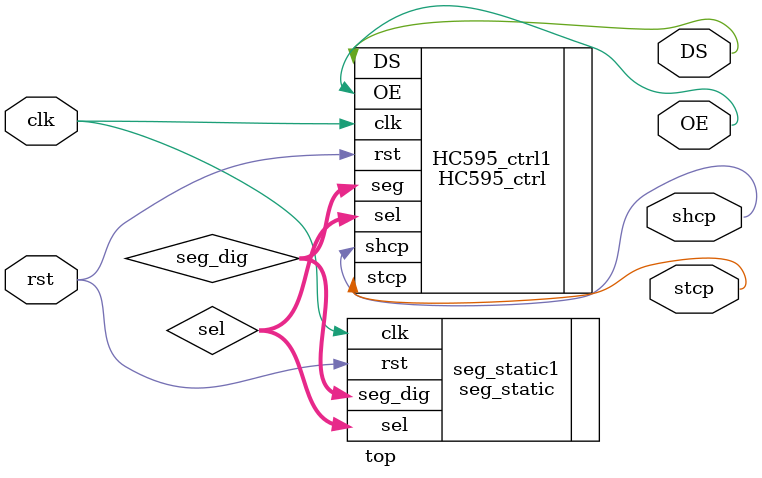
<source format=v>
module top (
input             clk            ,   
input             rst            ,
output            stcp           ,
output            shcp           ,
output            DS             ,
output            OE             
);
/*=======dynamic_seg=========¸øÇý¶¯Ð¾Æ¬Ìá¹©²¢ÐÐÊý¾ÝµÄÄ£¿é=========================*/
wire [5:0] sel;
wire [7:0] seg_dig;
seg_static seg_static1(
    .rst(rst)         ,
    .clk(clk)         ,
    .sel(sel)         ,
    .seg_dig(seg_dig)
);
/*======HC595_ctrl=============¸øÐ¾Æ¬Ð´Çý¶¯µÄÄ£¿é======================*/
HC595_ctrl HC595_ctrl1(
    .rst (rst )      ,
    .clk (clk )      ,
    .sel (sel )      ,
    .seg (seg_dig )  ,

    .stcp(stcp)      ,
    .shcp(shcp)      ,
    .DS  (DS  )      ,
    .OE  (OE  )
);
endmodule
</source>
